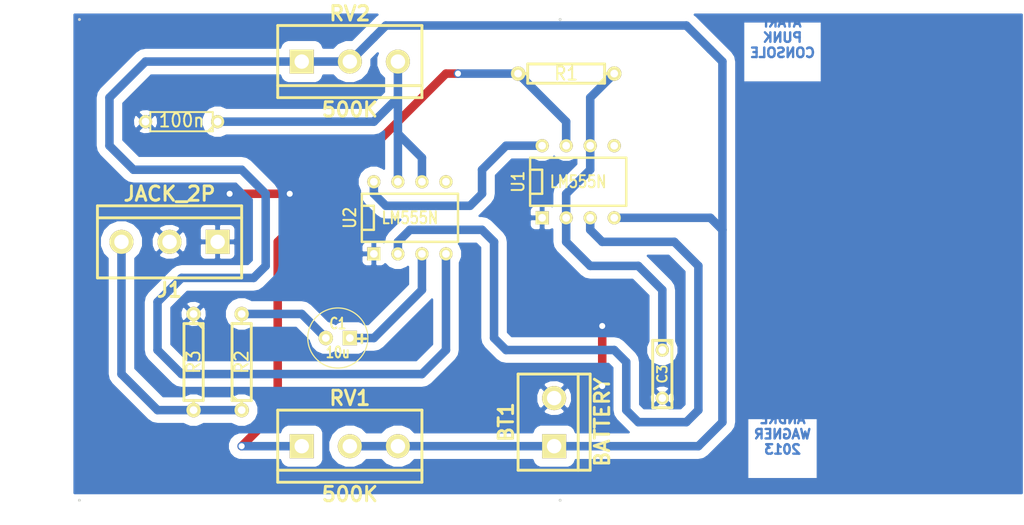
<source format=kicad_pcb>
(kicad_pcb (version 3) (host pcbnew "(2013-05-16 BZR 4016)-stable")

  (general
    (links 27)
    (no_connects 1)
    (area 37.451667 61.6856 144.880001 117.665001)
    (thickness 1.6)
    (drawings 18)
    (tracks 98)
    (zones 0)
    (modules 12)
    (nets 11)
  )

  (page A4)
  (layers
    (15 F.Cu signal)
    (0 B.Cu signal)
    (16 B.Adhes user)
    (17 F.Adhes user)
    (18 B.Paste user)
    (19 F.Paste user)
    (20 B.SilkS user)
    (21 F.SilkS user)
    (22 B.Mask user)
    (23 F.Mask user)
    (24 Dwgs.User user)
    (25 Cmts.User user)
    (26 Eco1.User user)
    (27 Eco2.User user)
    (28 Edge.Cuts user)
  )

  (setup
    (last_trace_width 0.9)
    (user_trace_width 0.8)
    (trace_clearance 0.9)
    (zone_clearance 0.508)
    (zone_45_only no)
    (trace_min 0.254)
    (segment_width 0.2)
    (edge_width 0.15)
    (via_size 0.889)
    (via_drill 0.635)
    (via_min_size 0.889)
    (via_min_drill 0.508)
    (uvia_size 0.508)
    (uvia_drill 0.127)
    (uvias_allowed no)
    (uvia_min_size 0.508)
    (uvia_min_drill 0.127)
    (pcb_text_width 0.3)
    (pcb_text_size 1 1)
    (mod_edge_width 0.15)
    (mod_text_size 1 1)
    (mod_text_width 0.15)
    (pad_size 1 1)
    (pad_drill 0.6)
    (pad_to_mask_clearance 0)
    (aux_axis_origin 0 0)
    (visible_elements 7FFFFFFF)
    (pcbplotparams
      (layerselection 1)
      (usegerberextensions false)
      (excludeedgelayer true)
      (linewidth 0.150000)
      (plotframeref false)
      (viasonmask false)
      (mode 1)
      (useauxorigin false)
      (hpglpennumber 1)
      (hpglpenspeed 20)
      (hpglpendiameter 15)
      (hpglpenoverlay 2)
      (psnegative false)
      (psa4output false)
      (plotreference true)
      (plotvalue true)
      (plotothertext true)
      (plotinvisibletext false)
      (padsonsilk false)
      (subtractmaskfromsilk false)
      (outputformat 2)
      (mirror false)
      (drillshape 0)
      (scaleselection 1)
      (outputdirectory ""))
  )

  (net 0 "")
  (net 1 +9V)
  (net 2 GND)
  (net 3 N-0000010)
  (net 4 N-0000011)
  (net 5 N-0000012)
  (net 6 N-000003)
  (net 7 N-000006)
  (net 8 N-000007)
  (net 9 N-000009)
  (net 10 VCC)

  (net_class Default "This is the default net class."
    (clearance 0.9)
    (trace_width 0.9)
    (via_dia 0.889)
    (via_drill 0.635)
    (uvia_dia 0.508)
    (uvia_drill 0.127)
    (add_net "")
    (add_net +9V)
    (add_net GND)
    (add_net N-0000010)
    (add_net N-0000011)
    (add_net N-0000012)
    (add_net N-000003)
    (add_net N-000006)
    (add_net N-000007)
    (add_net N-000009)
    (add_net VCC)
  )

  (module R4 (layer F.Cu) (tedit 200000) (tstamp 52069272)
    (at 96.52 69.85 180)
    (descr "Resitance 4 pas")
    (tags R)
    (path /51CDC2ED)
    (autoplace_cost180 10)
    (fp_text reference R1 (at 0 0 180) (layer F.SilkS)
      (effects (font (size 1.397 1.27) (thickness 0.2032)))
    )
    (fp_text value 1K (at 0 0 180) (layer F.SilkS) hide
      (effects (font (size 1.397 1.27) (thickness 0.2032)))
    )
    (fp_line (start -5.08 0) (end -4.064 0) (layer F.SilkS) (width 0.3048))
    (fp_line (start -4.064 0) (end -4.064 -1.016) (layer F.SilkS) (width 0.3048))
    (fp_line (start -4.064 -1.016) (end 4.064 -1.016) (layer F.SilkS) (width 0.3048))
    (fp_line (start 4.064 -1.016) (end 4.064 1.016) (layer F.SilkS) (width 0.3048))
    (fp_line (start 4.064 1.016) (end -4.064 1.016) (layer F.SilkS) (width 0.3048))
    (fp_line (start -4.064 1.016) (end -4.064 0) (layer F.SilkS) (width 0.3048))
    (fp_line (start -4.064 -0.508) (end -3.556 -1.016) (layer F.SilkS) (width 0.3048))
    (fp_line (start 5.08 0) (end 4.064 0) (layer F.SilkS) (width 0.3048))
    (pad 1 thru_hole circle (at -5.08 0 180) (size 1.524 1.524) (drill 0.8128)
      (layers *.Cu *.Mask F.SilkS)
      (net 9 N-000009)
    )
    (pad 2 thru_hole circle (at 5.08 0 180) (size 1.524 1.524) (drill 0.8128)
      (layers *.Cu *.Mask F.SilkS)
      (net 8 N-000007)
    )
    (model discret/resistor.wrl
      (at (xyz 0 0 0))
      (scale (xyz 0.4 0.4 0.4))
      (rotate (xyz 0 0 0))
    )
  )

  (module R4 (layer F.Cu) (tedit 200000) (tstamp 52069280)
    (at 57.15 100.33 270)
    (descr "Resitance 4 pas")
    (tags R)
    (path /51CDC427)
    (autoplace_cost180 10)
    (fp_text reference R3 (at 0 0 270) (layer F.SilkS)
      (effects (font (size 1.397 1.27) (thickness 0.2032)))
    )
    (fp_text value 6K8 (at 0 0 270) (layer F.SilkS) hide
      (effects (font (size 1.397 1.27) (thickness 0.2032)))
    )
    (fp_line (start -5.08 0) (end -4.064 0) (layer F.SilkS) (width 0.3048))
    (fp_line (start -4.064 0) (end -4.064 -1.016) (layer F.SilkS) (width 0.3048))
    (fp_line (start -4.064 -1.016) (end 4.064 -1.016) (layer F.SilkS) (width 0.3048))
    (fp_line (start 4.064 -1.016) (end 4.064 1.016) (layer F.SilkS) (width 0.3048))
    (fp_line (start 4.064 1.016) (end -4.064 1.016) (layer F.SilkS) (width 0.3048))
    (fp_line (start -4.064 1.016) (end -4.064 0) (layer F.SilkS) (width 0.3048))
    (fp_line (start -4.064 -0.508) (end -3.556 -1.016) (layer F.SilkS) (width 0.3048))
    (fp_line (start 5.08 0) (end 4.064 0) (layer F.SilkS) (width 0.3048))
    (pad 1 thru_hole circle (at -5.08 0 270) (size 1.524 1.524) (drill 0.8128)
      (layers *.Cu *.Mask F.SilkS)
      (net 2 GND)
    )
    (pad 2 thru_hole circle (at 5.08 0 270) (size 1.524 1.524) (drill 0.8128)
      (layers *.Cu *.Mask F.SilkS)
      (net 6 N-000003)
    )
    (model discret/resistor.wrl
      (at (xyz 0 0 0))
      (scale (xyz 0.4 0.4 0.4))
      (rotate (xyz 0 0 0))
    )
  )

  (module R4 (layer F.Cu) (tedit 520694E7) (tstamp 5206928E)
    (at 62.23 100.33 90)
    (descr "Resitance 4 pas")
    (tags R)
    (path /51CDC43C)
    (autoplace_cost180 10)
    (fp_text reference R2 (at 0 0 90) (layer F.SilkS)
      (effects (font (size 1.397 1.27) (thickness 0.2032)))
    )
    (fp_text value 10K (at 0 0 90) (layer F.SilkS) hide
      (effects (font (size 1.397 1.27) (thickness 0.2032)))
    )
    (fp_line (start -5.08 0) (end -4.064 0) (layer F.SilkS) (width 0.3048))
    (fp_line (start -4.064 0) (end -4.064 -1.016) (layer F.SilkS) (width 0.3048))
    (fp_line (start -4.064 -1.016) (end 4.064 -1.016) (layer F.SilkS) (width 0.3048))
    (fp_line (start 4.064 -1.016) (end 4.064 1.016) (layer F.SilkS) (width 0.3048))
    (fp_line (start 4.064 1.016) (end -4.064 1.016) (layer F.SilkS) (width 0.3048))
    (fp_line (start -4.064 1.016) (end -4.064 0) (layer F.SilkS) (width 0.3048))
    (fp_line (start -4.064 -0.508) (end -3.556 -1.016) (layer F.SilkS) (width 0.3048))
    (fp_line (start 5.08 0) (end 4.064 0) (layer F.SilkS) (width 0.3048))
    (pad 1 thru_hole circle (at -5.08 0 90) (size 1.524 1.524) (drill 0.8128)
      (layers *.Cu *.Mask F.SilkS)
      (net 6 N-000003)
    )
    (pad 2 thru_hole circle (at 5.08 0 90) (size 1.524 1.524) (drill 0.8128)
      (layers *.Cu *.Mask F.SilkS)
      (net 5 N-0000012)
    )
    (model discret/resistor.wrl
      (at (xyz 0 0 0))
      (scale (xyz 0.4 0.4 0.4))
      (rotate (xyz 0 0 0))
    )
  )

  (module R3 (layer F.Cu) (tedit 4E4C0E65) (tstamp 520692AA)
    (at 55.88 74.93 180)
    (descr "Resitance 3 pas")
    (tags R)
    (path /51CDC505)
    (autoplace_cost180 10)
    (fp_text reference C4 (at 0 0.127 180) (layer F.SilkS) hide
      (effects (font (size 1.397 1.27) (thickness 0.2032)))
    )
    (fp_text value 100n (at 0 0.127 180) (layer F.SilkS)
      (effects (font (size 1.397 1.27) (thickness 0.2032)))
    )
    (fp_line (start -3.81 0) (end -3.302 0) (layer F.SilkS) (width 0.2032))
    (fp_line (start 3.81 0) (end 3.302 0) (layer F.SilkS) (width 0.2032))
    (fp_line (start 3.302 0) (end 3.302 -1.016) (layer F.SilkS) (width 0.2032))
    (fp_line (start 3.302 -1.016) (end -3.302 -1.016) (layer F.SilkS) (width 0.2032))
    (fp_line (start -3.302 -1.016) (end -3.302 1.016) (layer F.SilkS) (width 0.2032))
    (fp_line (start -3.302 1.016) (end 3.302 1.016) (layer F.SilkS) (width 0.2032))
    (fp_line (start 3.302 1.016) (end 3.302 0) (layer F.SilkS) (width 0.2032))
    (fp_line (start -3.302 -0.508) (end -2.794 -1.016) (layer F.SilkS) (width 0.2032))
    (pad 1 thru_hole circle (at -3.81 0 180) (size 1.397 1.397) (drill 0.8128)
      (layers *.Cu *.Mask F.SilkS)
      (net 3 N-0000010)
    )
    (pad 2 thru_hole circle (at 3.81 0 180) (size 1.397 1.397) (drill 0.8128)
      (layers *.Cu *.Mask F.SilkS)
      (net 2 GND)
    )
    (model discret/resistor.wrl
      (at (xyz 0 0 0))
      (scale (xyz 0.3 0.3 0.3))
      (rotate (xyz 0 0 0))
    )
  )

  (module DIP-8__300 (layer F.Cu) (tedit 43A7F843) (tstamp 520692D6)
    (at 97.79 81.28)
    (descr "8 pins DIL package, round pads")
    (tags DIL)
    (path /51CF2CBF)
    (fp_text reference U1 (at -6.35 0 90) (layer F.SilkS)
      (effects (font (size 1.27 1.143) (thickness 0.2032)))
    )
    (fp_text value LM555N (at 0 0) (layer F.SilkS)
      (effects (font (size 1.27 1.016) (thickness 0.2032)))
    )
    (fp_line (start -5.08 -1.27) (end -3.81 -1.27) (layer F.SilkS) (width 0.254))
    (fp_line (start -3.81 -1.27) (end -3.81 1.27) (layer F.SilkS) (width 0.254))
    (fp_line (start -3.81 1.27) (end -5.08 1.27) (layer F.SilkS) (width 0.254))
    (fp_line (start -5.08 -2.54) (end 5.08 -2.54) (layer F.SilkS) (width 0.254))
    (fp_line (start 5.08 -2.54) (end 5.08 2.54) (layer F.SilkS) (width 0.254))
    (fp_line (start 5.08 2.54) (end -5.08 2.54) (layer F.SilkS) (width 0.254))
    (fp_line (start -5.08 2.54) (end -5.08 -2.54) (layer F.SilkS) (width 0.254))
    (pad 1 thru_hole rect (at -3.81 3.81) (size 1.397 1.397) (drill 0.8128)
      (layers *.Cu *.Mask F.SilkS)
      (net 2 GND)
    )
    (pad 2 thru_hole circle (at -1.27 3.81) (size 1.397 1.397) (drill 0.8128)
      (layers *.Cu *.Mask F.SilkS)
      (net 9 N-000009)
    )
    (pad 3 thru_hole circle (at 1.27 3.81) (size 1.397 1.397) (drill 0.8128)
      (layers *.Cu *.Mask F.SilkS)
      (net 7 N-000006)
    )
    (pad 4 thru_hole circle (at 3.81 3.81) (size 1.397 1.397) (drill 0.8128)
      (layers *.Cu *.Mask F.SilkS)
      (net 1 +9V)
    )
    (pad 5 thru_hole circle (at 3.81 -3.81) (size 1.397 1.397) (drill 0.8128)
      (layers *.Cu *.Mask F.SilkS)
    )
    (pad 6 thru_hole circle (at 1.27 -3.81) (size 1.397 1.397) (drill 0.8128)
      (layers *.Cu *.Mask F.SilkS)
      (net 9 N-000009)
    )
    (pad 7 thru_hole circle (at -1.27 -3.81) (size 1.397 1.397) (drill 0.8128)
      (layers *.Cu *.Mask F.SilkS)
      (net 8 N-000007)
    )
    (pad 8 thru_hole circle (at -3.81 -3.81) (size 1.397 1.397) (drill 0.8128)
      (layers *.Cu *.Mask F.SilkS)
      (net 10 VCC)
    )
    (model dil/dil_8.wrl
      (at (xyz 0 0 0))
      (scale (xyz 1 1 1))
      (rotate (xyz 0 0 0))
    )
  )

  (module DIP-8__300 (layer F.Cu) (tedit 43A7F843) (tstamp 520692E9)
    (at 80.01 85.09)
    (descr "8 pins DIL package, round pads")
    (tags DIL)
    (path /51CF2CD6)
    (fp_text reference U2 (at -6.35 0 90) (layer F.SilkS)
      (effects (font (size 1.27 1.143) (thickness 0.2032)))
    )
    (fp_text value LM555N (at 0 0) (layer F.SilkS)
      (effects (font (size 1.27 1.016) (thickness 0.2032)))
    )
    (fp_line (start -5.08 -1.27) (end -3.81 -1.27) (layer F.SilkS) (width 0.254))
    (fp_line (start -3.81 -1.27) (end -3.81 1.27) (layer F.SilkS) (width 0.254))
    (fp_line (start -3.81 1.27) (end -5.08 1.27) (layer F.SilkS) (width 0.254))
    (fp_line (start -5.08 -2.54) (end 5.08 -2.54) (layer F.SilkS) (width 0.254))
    (fp_line (start 5.08 -2.54) (end 5.08 2.54) (layer F.SilkS) (width 0.254))
    (fp_line (start 5.08 2.54) (end -5.08 2.54) (layer F.SilkS) (width 0.254))
    (fp_line (start -5.08 2.54) (end -5.08 -2.54) (layer F.SilkS) (width 0.254))
    (pad 1 thru_hole rect (at -3.81 3.81) (size 1.397 1.397) (drill 0.8128)
      (layers *.Cu *.Mask F.SilkS)
      (net 2 GND)
    )
    (pad 2 thru_hole circle (at -1.27 3.81) (size 1.397 1.397) (drill 0.8128)
      (layers *.Cu *.Mask F.SilkS)
      (net 7 N-000006)
    )
    (pad 3 thru_hole circle (at 1.27 3.81) (size 1.397 1.397) (drill 0.8128)
      (layers *.Cu *.Mask F.SilkS)
      (net 4 N-0000011)
    )
    (pad 4 thru_hole circle (at 3.81 3.81) (size 1.397 1.397) (drill 0.8128)
      (layers *.Cu *.Mask F.SilkS)
      (net 1 +9V)
    )
    (pad 5 thru_hole circle (at 3.81 -3.81) (size 1.397 1.397) (drill 0.8128)
      (layers *.Cu *.Mask F.SilkS)
    )
    (pad 6 thru_hole circle (at 1.27 -3.81) (size 1.397 1.397) (drill 0.8128)
      (layers *.Cu *.Mask F.SilkS)
      (net 3 N-0000010)
    )
    (pad 7 thru_hole circle (at -1.27 -3.81) (size 1.397 1.397) (drill 0.8128)
      (layers *.Cu *.Mask F.SilkS)
      (net 3 N-0000010)
    )
    (pad 8 thru_hole circle (at -3.81 -3.81) (size 1.397 1.397) (drill 0.8128)
      (layers *.Cu *.Mask F.SilkS)
      (net 10 VCC)
    )
    (model dil/dil_8.wrl
      (at (xyz 0 0 0))
      (scale (xyz 1 1 1))
      (rotate (xyz 0 0 0))
    )
  )

  (module C2 (layer F.Cu) (tedit 522DB5AD) (tstamp 520692F4)
    (at 106.68 101.6 270)
    (descr "Condensateur = 2 pas")
    (tags C)
    (path /51CDC33B)
    (fp_text reference C3 (at 0 0 270) (layer F.SilkS)
      (effects (font (size 1.016 1.016) (thickness 0.2032)))
    )
    (fp_text value 10n (at 0 0 270) (layer F.SilkS) hide
      (effects (font (size 1.016 1.016) (thickness 0.2032)))
    )
    (fp_line (start -3.556 -1.016) (end 3.556 -1.016) (layer F.SilkS) (width 0.3048))
    (fp_line (start 3.556 -1.016) (end 3.556 1.016) (layer F.SilkS) (width 0.3048))
    (fp_line (start 3.556 1.016) (end -3.556 1.016) (layer F.SilkS) (width 0.3048))
    (fp_line (start -3.556 1.016) (end -3.556 -1.016) (layer F.SilkS) (width 0.3048))
    (fp_line (start -3.556 -0.508) (end -3.048 -1.016) (layer F.SilkS) (width 0.3048))
    (pad 1 thru_hole circle (at -2.54 0 270) (size 1.397 1.397) (drill 0.8128)
      (layers *.Cu *.Mask F.SilkS)
      (net 9 N-000009)
    )
    (pad 2 thru_hole circle (at 2.54 0 270) (size 1.397 1.397) (drill 0.8128)
      (layers *.Cu *.Mask F.SilkS)
      (net 2 GND)
    )
    (model discret/capa_2pas_5x5mm.wrl
      (at (xyz 0 0 0))
      (scale (xyz 1 1 1))
      (rotate (xyz 0 0 0))
    )
  )

  (module C1V7 (layer F.Cu) (tedit 200000) (tstamp 520692FC)
    (at 72.39 97.79 180)
    (path /51CDC41A)
    (fp_text reference C1 (at 0 1.524 180) (layer F.SilkS)
      (effects (font (size 1.143 0.889) (thickness 0.2032)))
    )
    (fp_text value 10u (at 0 -1.524 180) (layer F.SilkS)
      (effects (font (size 1.143 0.889) (thickness 0.2032)))
    )
    (fp_text user + (at -2.54 0 180) (layer F.SilkS)
      (effects (font (size 1.143 1.143) (thickness 0.3048)))
    )
    (fp_circle (center 0 0) (end 3.175 0) (layer F.SilkS) (width 0.127))
    (pad 1 thru_hole rect (at -1.27 0 180) (size 1.524 1.524) (drill 0.8128)
      (layers *.Cu *.Mask F.SilkS)
      (net 4 N-0000011)
    )
    (pad 2 thru_hole circle (at 1.27 0 180) (size 1.524 1.524) (drill 0.8128)
      (layers *.Cu *.Mask F.SilkS)
      (net 5 N-0000012)
    )
    (model discret/c_vert_c1v7.wrl
      (at (xyz 0 0 0))
      (scale (xyz 1 1 1))
      (rotate (xyz 0 0 0))
    )
  )

  (module bornier3 (layer F.Cu) (tedit 3EC0ECFA) (tstamp 52069308)
    (at 73.66 68.58)
    (descr "Bornier d'alimentation 3 pins")
    (tags DEV)
    (path /51CDBDF3)
    (fp_text reference RV2 (at 0 -5.08) (layer F.SilkS)
      (effects (font (size 1.524 1.524) (thickness 0.3048)))
    )
    (fp_text value 500K (at 0 5.08) (layer F.SilkS)
      (effects (font (size 1.524 1.524) (thickness 0.3048)))
    )
    (fp_line (start -7.62 3.81) (end -7.62 -3.81) (layer F.SilkS) (width 0.3048))
    (fp_line (start 7.62 3.81) (end 7.62 -3.81) (layer F.SilkS) (width 0.3048))
    (fp_line (start -7.62 2.54) (end 7.62 2.54) (layer F.SilkS) (width 0.3048))
    (fp_line (start -7.62 -3.81) (end 7.62 -3.81) (layer F.SilkS) (width 0.3048))
    (fp_line (start -7.62 3.81) (end 7.62 3.81) (layer F.SilkS) (width 0.3048))
    (pad 1 thru_hole rect (at -5.08 0) (size 2.54 2.54) (drill 1.524)
      (layers *.Cu *.Mask F.SilkS)
      (net 1 +9V)
    )
    (pad 2 thru_hole circle (at 0 0) (size 2.54 2.54) (drill 1.524)
      (layers *.Cu *.Mask F.SilkS)
      (net 1 +9V)
    )
    (pad 3 thru_hole circle (at 5.08 0) (size 2.54 2.54) (drill 1.524)
      (layers *.Cu *.Mask F.SilkS)
      (net 3 N-0000010)
    )
    (model device/bornier_3.wrl
      (at (xyz 0 0 0))
      (scale (xyz 1 1 1))
      (rotate (xyz 0 0 0))
    )
  )

  (module bornier3 (layer F.Cu) (tedit 3EC0ECFA) (tstamp 52069314)
    (at 73.66 109.22)
    (descr "Bornier d'alimentation 3 pins")
    (tags DEV)
    (path /51CDBE00)
    (fp_text reference RV1 (at 0 -5.08) (layer F.SilkS)
      (effects (font (size 1.524 1.524) (thickness 0.3048)))
    )
    (fp_text value 500K (at 0 5.08) (layer F.SilkS)
      (effects (font (size 1.524 1.524) (thickness 0.3048)))
    )
    (fp_line (start -7.62 3.81) (end -7.62 -3.81) (layer F.SilkS) (width 0.3048))
    (fp_line (start 7.62 3.81) (end 7.62 -3.81) (layer F.SilkS) (width 0.3048))
    (fp_line (start -7.62 2.54) (end 7.62 2.54) (layer F.SilkS) (width 0.3048))
    (fp_line (start -7.62 -3.81) (end 7.62 -3.81) (layer F.SilkS) (width 0.3048))
    (fp_line (start -7.62 3.81) (end 7.62 3.81) (layer F.SilkS) (width 0.3048))
    (pad 1 thru_hole rect (at -5.08 0) (size 2.54 2.54) (drill 1.524)
      (layers *.Cu *.Mask F.SilkS)
      (net 8 N-000007)
    )
    (pad 2 thru_hole circle (at 0 0) (size 2.54 2.54) (drill 1.524)
      (layers *.Cu *.Mask F.SilkS)
      (net 1 +9V)
    )
    (pad 3 thru_hole circle (at 5.08 0) (size 2.54 2.54) (drill 1.524)
      (layers *.Cu *.Mask F.SilkS)
      (net 1 +9V)
    )
    (model device/bornier_3.wrl
      (at (xyz 0 0 0))
      (scale (xyz 1 1 1))
      (rotate (xyz 0 0 0))
    )
  )

  (module bornier3 (layer F.Cu) (tedit 3EC0ECFA) (tstamp 520693B8)
    (at 54.61 87.63 180)
    (descr "Bornier d'alimentation 3 pins")
    (tags DEV)
    (path /51CDC71A)
    (fp_text reference J1 (at 0 -5.08 180) (layer F.SilkS)
      (effects (font (size 1.524 1.524) (thickness 0.3048)))
    )
    (fp_text value JACK_2P (at 0 5.08 180) (layer F.SilkS)
      (effects (font (size 1.524 1.524) (thickness 0.3048)))
    )
    (fp_line (start -7.62 3.81) (end -7.62 -3.81) (layer F.SilkS) (width 0.3048))
    (fp_line (start 7.62 3.81) (end 7.62 -3.81) (layer F.SilkS) (width 0.3048))
    (fp_line (start -7.62 2.54) (end 7.62 2.54) (layer F.SilkS) (width 0.3048))
    (fp_line (start -7.62 -3.81) (end 7.62 -3.81) (layer F.SilkS) (width 0.3048))
    (fp_line (start -7.62 3.81) (end 7.62 3.81) (layer F.SilkS) (width 0.3048))
    (pad 1 thru_hole rect (at -5.08 0 180) (size 2.54 2.54) (drill 1.524)
      (layers *.Cu *.Mask F.SilkS)
      (net 2 GND)
    )
    (pad 2 thru_hole circle (at 0 0 180) (size 2.54 2.54) (drill 1.524)
      (layers *.Cu *.Mask F.SilkS)
      (net 2 GND)
    )
    (pad 3 thru_hole circle (at 5.08 0 180) (size 2.54 2.54) (drill 1.524)
      (layers *.Cu *.Mask F.SilkS)
      (net 6 N-000003)
    )
    (model device/bornier_3.wrl
      (at (xyz 0 0 0))
      (scale (xyz 1 1 1))
      (rotate (xyz 0 0 0))
    )
  )

  (module bornier2 (layer F.Cu) (tedit 3EC0ED69) (tstamp 5206932B)
    (at 95.25 106.68 90)
    (descr "Bornier d'alimentation 2 pins")
    (tags DEV)
    (path /51CDC812)
    (fp_text reference BT1 (at 0 -5.08 90) (layer F.SilkS)
      (effects (font (size 1.524 1.524) (thickness 0.3048)))
    )
    (fp_text value BATTERY (at 0 5.08 90) (layer F.SilkS)
      (effects (font (size 1.524 1.524) (thickness 0.3048)))
    )
    (fp_line (start 5.08 2.54) (end -5.08 2.54) (layer F.SilkS) (width 0.3048))
    (fp_line (start 5.08 3.81) (end 5.08 -3.81) (layer F.SilkS) (width 0.3048))
    (fp_line (start 5.08 -3.81) (end -5.08 -3.81) (layer F.SilkS) (width 0.3048))
    (fp_line (start -5.08 -3.81) (end -5.08 3.81) (layer F.SilkS) (width 0.3048))
    (fp_line (start -5.08 3.81) (end 5.08 3.81) (layer F.SilkS) (width 0.3048))
    (pad 1 thru_hole rect (at -2.54 0 90) (size 2.54 2.54) (drill 1.524)
      (layers *.Cu *.Mask F.SilkS)
      (net 1 +9V)
    )
    (pad 2 thru_hole circle (at 2.54 0 90) (size 2.54 2.54) (drill 1.524)
      (layers *.Cu *.Mask F.SilkS)
      (net 2 GND)
    )
    (model device/bornier_2.wrl
      (at (xyz 0 0 0))
      (scale (xyz 1 1 1))
      (rotate (xyz 0 0 0))
    )
  )

  (gr_text "ANDRE\nWAGNER\n2013" (at 119.38 107.95) (layer B.Cu)
    (effects (font (size 1 1) (thickness 0.25)) (justify mirror))
  )
  (gr_text "ATARI\nPUNK\nCONSOLE" (at 119.38 66.04) (layer B.Cu)
    (effects (font (size 1 1) (thickness 0.25)) (justify mirror))
  )
  (gr_line (start 144.78 63.5) (end 95.25 63.5) (angle 90) (layer Eco1.User) (width 0.2))
  (gr_line (start 144.78 114.3) (end 144.78 63.5) (angle 90) (layer Eco1.User) (width 0.2))
  (gr_line (start 95.25 114.3) (end 144.78 114.3) (angle 90) (layer Eco1.User) (width 0.2))
  (dimension 100.33 (width 0.25) (layer Eco1.User)
    (gr_text 100,330mm (at 94.615 116.84) (layer Eco1.User)
      (effects (font (size 1 1) (thickness 0.25)))
    )
    (feature1 (pts (xy 144.78 116.84) (xy 144.78 116.84)))
    (feature2 (pts (xy 44.45 116.84) (xy 44.45 116.84)))
    (crossbar (pts (xy 44.45 116.84) (xy 144.78 116.84)))
    (arrow1a (pts (xy 144.78 116.84) (xy 143.653497 117.42642)))
    (arrow1b (pts (xy 144.78 116.84) (xy 143.653497 116.25358)))
    (arrow2a (pts (xy 44.45 116.84) (xy 45.576503 117.42642)))
    (arrow2b (pts (xy 44.45 116.84) (xy 45.576503 116.25358)))
  )
  (target plus (at 95.885 64.135) (size 0.005) (width 0.15) (layer Edge.Cuts))
  (target plus (at 95.885 114.935) (size 0.005) (width 0.15) (layer Edge.Cuts))
  (target plus (at 45.085 114.935) (size 0.005) (width 0.15) (layer Edge.Cuts))
  (target plus (at 45.085 64.135) (size 0.005) (width 0.15) (layer Edge.Cuts))
  (target plus (at 45.085 64.135) (size 0.005) (width 0.15) (layer Edge.Cuts))
  (target plus (at 95.885 64.135) (size 0.005) (width 0.15) (layer Edge.Cuts))
  (target plus (at 95.885 114.935) (size 0.005) (width 0.15) (layer Edge.Cuts))
  (target plus (at 45.085 114.935) (size 0.005) (width 0.15) (layer Edge.Cuts))
  (gr_line (start 44.45 114.3) (end 95.25 114.3) (angle 90) (layer Eco1.User) (width 0.2))
  (gr_line (start 44.45 63.5) (end 95.25 63.5) (angle 90) (layer Eco1.User) (width 0.2))
  (gr_line (start 44.45 114.3) (end 44.45 63.5) (angle 90) (layer Eco1.User) (width 0.2))
  (dimension 50.8 (width 0.25) (layer Eco1.User)
    (gr_text "50,800 mm" (at 41.91 88.9 270) (layer Eco1.User)
      (effects (font (size 1 1) (thickness 0.25)))
    )
    (feature1 (pts (xy 41.91 114.3) (xy 41.91 114.3)))
    (feature2 (pts (xy 41.91 63.5) (xy 41.91 63.5)))
    (crossbar (pts (xy 41.91 63.5) (xy 41.91 114.3)))
    (arrow1a (pts (xy 41.91 114.3) (xy 41.32358 113.173497)))
    (arrow1b (pts (xy 41.91 114.3) (xy 42.49642 113.173497)))
    (arrow2a (pts (xy 41.91 63.5) (xy 41.32358 64.626503)))
    (arrow2b (pts (xy 41.91 63.5) (xy 42.49642 64.626503)))
  )

  (segment (start 68.58 68.58) (end 52.07 68.58) (width 0.9) (layer B.Cu) (net 1))
  (segment (start 83.82 99.06) (end 83.82 88.9) (width 0.9) (layer B.Cu) (net 1) (tstamp 522DB7C5))
  (segment (start 81.28 101.6) (end 83.82 99.06) (width 0.9) (layer B.Cu) (net 1) (tstamp 522DB7C3))
  (segment (start 55.88 101.6) (end 81.28 101.6) (width 0.9) (layer B.Cu) (net 1) (tstamp 522DB7BF))
  (segment (start 53.34 99.06) (end 55.88 101.6) (width 0.9) (layer B.Cu) (net 1) (tstamp 522DB7BE))
  (segment (start 53.34 93.98) (end 53.34 99.06) (width 0.9) (layer B.Cu) (net 1) (tstamp 522DB7BD))
  (segment (start 55.88 91.44) (end 53.34 93.98) (width 0.9) (layer B.Cu) (net 1) (tstamp 522DB7BC))
  (segment (start 63.5 91.44) (end 55.88 91.44) (width 0.9) (layer B.Cu) (net 1) (tstamp 522DB7B9))
  (segment (start 64.77 90.17) (end 63.5 91.44) (width 0.9) (layer B.Cu) (net 1) (tstamp 522DB7B8))
  (segment (start 64.77 82.55) (end 64.77 90.17) (width 0.9) (layer B.Cu) (net 1) (tstamp 522DB7B7))
  (segment (start 62.23 80.01) (end 64.77 82.55) (width 0.9) (layer B.Cu) (net 1) (tstamp 522DB7B6))
  (segment (start 50.8 80.01) (end 62.23 80.01) (width 0.9) (layer B.Cu) (net 1) (tstamp 522DB7B5))
  (segment (start 48.26 77.47) (end 50.8 80.01) (width 0.9) (layer B.Cu) (net 1) (tstamp 522DB7B4))
  (segment (start 48.26 72.39) (end 48.26 77.47) (width 0.9) (layer B.Cu) (net 1) (tstamp 522DB7B2))
  (segment (start 52.07 68.58) (end 48.26 72.39) (width 0.9) (layer B.Cu) (net 1) (tstamp 522DB7AB))
  (segment (start 68.58 68.58) (end 73.66 68.58) (width 0.9) (layer B.Cu) (net 1))
  (segment (start 73.66 68.58) (end 76.2 66.04) (width 0.9) (layer B.Cu) (net 1) (tstamp 522DB70A))
  (segment (start 76.2 66.04) (end 77.47 64.77) (width 0.9) (layer B.Cu) (net 1) (tstamp 522DB70B))
  (segment (start 77.47 64.77) (end 109.22 64.77) (width 0.9) (layer B.Cu) (net 1) (tstamp 522DB70C))
  (segment (start 109.22 64.77) (end 111.76 67.31) (width 0.9) (layer B.Cu) (net 1) (tstamp 522DB70D))
  (segment (start 111.76 67.31) (end 113.03 68.58) (width 0.9) (layer B.Cu) (net 1) (tstamp 522DB70E))
  (segment (start 113.03 68.58) (end 113.03 86.36) (width 0.9) (layer B.Cu) (net 1) (tstamp 522DB70F))
  (segment (start 95.25 109.22) (end 78.74 109.22) (width 0.9) (layer B.Cu) (net 1))
  (segment (start 78.74 109.22) (end 73.66 109.22) (width 0.9) (layer B.Cu) (net 1) (tstamp 522DB6FF))
  (segment (start 95.25 109.22) (end 110.49 109.22) (width 0.9) (layer B.Cu) (net 1))
  (segment (start 111.76 85.09) (end 101.6 85.09) (width 0.9) (layer B.Cu) (net 1) (tstamp 522DB6D4))
  (segment (start 113.03 86.36) (end 111.76 85.09) (width 0.9) (layer B.Cu) (net 1) (tstamp 522DB6D3))
  (segment (start 113.03 106.68) (end 113.03 86.36) (width 0.9) (layer B.Cu) (net 1) (tstamp 522DB6D2))
  (segment (start 110.49 109.22) (end 113.03 106.68) (width 0.9) (layer B.Cu) (net 1) (tstamp 522DB6D1))
  (segment (start 100.33 104.14) (end 100.33 102.87) (width 0.9) (layer B.Cu) (net 2))
  (segment (start 100.33 96.52) (end 100.33 95.25) (width 0.9) (layer B.Cu) (net 2) (tstamp 522DBE14))
  (via (at 100.33 96.52) (size 0.889) (layers F.Cu B.Cu) (net 2))
  (segment (start 100.33 102.87) (end 100.33 96.52) (width 0.9) (layer F.Cu) (net 2) (tstamp 522DBE11))
  (via (at 100.33 102.87) (size 0.889) (layers F.Cu B.Cu) (net 2))
  (segment (start 59.69 82.55) (end 60.96 82.55) (width 0.9) (layer B.Cu) (net 2))
  (segment (start 67.31 82.55) (end 68.58 82.55) (width 0.9) (layer B.Cu) (net 2) (tstamp 522DBE04))
  (via (at 67.31 82.55) (size 0.889) (layers F.Cu B.Cu) (net 2))
  (segment (start 60.96 82.55) (end 67.31 82.55) (width 0.9) (layer F.Cu) (net 2) (tstamp 522DBE01))
  (via (at 60.96 82.55) (size 0.889) (layers F.Cu B.Cu) (net 2))
  (segment (start 78.74 76.2) (end 78.74 81.28) (width 0.9) (layer B.Cu) (net 3))
  (segment (start 78.74 72.39) (end 78.74 76.2) (width 0.9) (layer B.Cu) (net 3))
  (segment (start 81.28 78.74) (end 81.28 81.28) (width 0.9) (layer B.Cu) (net 3) (tstamp 522DB73D))
  (segment (start 78.74 76.2) (end 81.28 78.74) (width 0.9) (layer B.Cu) (net 3) (tstamp 522DB73C))
  (segment (start 59.69 74.93) (end 76.2 74.93) (width 0.9) (layer B.Cu) (net 3))
  (segment (start 78.74 72.39) (end 78.74 68.58) (width 0.9) (layer B.Cu) (net 3) (tstamp 522DB739))
  (segment (start 76.2 74.93) (end 78.74 72.39) (width 0.9) (layer B.Cu) (net 3) (tstamp 522DB738))
  (segment (start 73.66 97.79) (end 76.2 97.79) (width 0.9) (layer B.Cu) (net 4))
  (segment (start 81.28 92.71) (end 81.28 88.9) (width 0.9) (layer B.Cu) (net 4) (tstamp 522DB746))
  (segment (start 76.2 97.79) (end 81.28 92.71) (width 0.9) (layer B.Cu) (net 4) (tstamp 522DB745))
  (segment (start 62.23 95.25) (end 68.58 95.25) (width 0.9) (layer B.Cu) (net 5))
  (segment (start 68.58 95.25) (end 71.12 97.79) (width 0.9) (layer B.Cu) (net 5) (tstamp 522DB742))
  (segment (start 49.53 87.63) (end 49.53 101.6) (width 0.9) (layer B.Cu) (net 6))
  (segment (start 53.34 105.41) (end 62.23 105.41) (width 0.9) (layer B.Cu) (net 6) (tstamp 522DB734))
  (segment (start 49.53 101.6) (end 53.34 105.41) (width 0.9) (layer B.Cu) (net 6) (tstamp 522DB732))
  (segment (start 78.74 88.9) (end 78.74 87.63) (width 0.9) (layer B.Cu) (net 7))
  (segment (start 99.06 86.36) (end 99.06 85.09) (width 0.9) (layer B.Cu) (net 7) (tstamp 522DB767))
  (segment (start 100.33 87.63) (end 99.06 86.36) (width 0.9) (layer B.Cu) (net 7) (tstamp 522DB766))
  (segment (start 107.95 87.63) (end 100.33 87.63) (width 0.9) (layer B.Cu) (net 7) (tstamp 522DB765))
  (segment (start 110.49 90.17) (end 107.95 87.63) (width 0.9) (layer B.Cu) (net 7) (tstamp 522DB764))
  (segment (start 110.49 105.41) (end 110.49 90.17) (width 0.9) (layer B.Cu) (net 7) (tstamp 522DB763))
  (segment (start 109.22 106.68) (end 110.49 105.41) (width 0.9) (layer B.Cu) (net 7) (tstamp 522DB762))
  (segment (start 104.14 106.68) (end 109.22 106.68) (width 0.9) (layer B.Cu) (net 7) (tstamp 522DB761))
  (segment (start 102.87 105.41) (end 104.14 106.68) (width 0.9) (layer B.Cu) (net 7) (tstamp 522DB760))
  (segment (start 102.87 100.33) (end 102.87 105.41) (width 0.9) (layer B.Cu) (net 7) (tstamp 522DB75F))
  (segment (start 101.6 99.06) (end 102.87 100.33) (width 0.9) (layer B.Cu) (net 7) (tstamp 522DB75E))
  (segment (start 90.17 99.06) (end 101.6 99.06) (width 0.9) (layer B.Cu) (net 7) (tstamp 522DB75D))
  (segment (start 88.9 97.79) (end 90.17 99.06) (width 0.9) (layer B.Cu) (net 7) (tstamp 522DB75C))
  (segment (start 88.9 87.63) (end 88.9 97.79) (width 0.9) (layer B.Cu) (net 7) (tstamp 522DB75B))
  (segment (start 87.63 86.36) (end 88.9 87.63) (width 0.9) (layer B.Cu) (net 7) (tstamp 522DB75A))
  (segment (start 80.01 86.36) (end 87.63 86.36) (width 0.9) (layer B.Cu) (net 7) (tstamp 522DB759))
  (segment (start 78.74 87.63) (end 80.01 86.36) (width 0.9) (layer B.Cu) (net 7) (tstamp 522DB758))
  (segment (start 68.58 109.22) (end 62.23 109.22) (width 0.9) (layer B.Cu) (net 8))
  (segment (start 85.09 69.85) (end 91.44 69.85) (width 0.9) (layer B.Cu) (net 8) (tstamp 522DB8AF))
  (via (at 85.09 69.85) (size 0.889) (layers F.Cu B.Cu) (net 8))
  (segment (start 83.82 69.85) (end 85.09 69.85) (width 0.9) (layer F.Cu) (net 8) (tstamp 522DB8A9))
  (segment (start 66.04 87.63) (end 83.82 69.85) (width 0.9) (layer F.Cu) (net 8) (tstamp 522DB8A6))
  (segment (start 66.04 105.41) (end 66.04 87.63) (width 0.9) (layer F.Cu) (net 8) (tstamp 522DB8A3))
  (segment (start 62.23 109.22) (end 66.04 105.41) (width 0.9) (layer F.Cu) (net 8) (tstamp 522DB8A2))
  (via (at 62.23 109.22) (size 0.889) (layers F.Cu B.Cu) (net 8))
  (segment (start 96.52 77.47) (end 96.52 74.93) (width 0.9) (layer B.Cu) (net 8))
  (segment (start 96.52 74.93) (end 91.44 69.85) (width 0.9) (layer B.Cu) (net 8) (tstamp 522DB723))
  (segment (start 96.52 85.09) (end 96.52 87.63) (width 0.9) (layer B.Cu) (net 9))
  (segment (start 106.68 92.71) (end 106.68 99.06) (width 0.9) (layer B.Cu) (net 9) (tstamp 522DB71D))
  (segment (start 104.14 90.17) (end 106.68 92.71) (width 0.9) (layer B.Cu) (net 9) (tstamp 522DB71C))
  (segment (start 99.06 90.17) (end 104.14 90.17) (width 0.9) (layer B.Cu) (net 9) (tstamp 522DB71B))
  (segment (start 96.52 87.63) (end 99.06 90.17) (width 0.9) (layer B.Cu) (net 9) (tstamp 522DB71A))
  (segment (start 99.06 77.47) (end 99.06 80.01) (width 0.9) (layer B.Cu) (net 9))
  (segment (start 96.52 82.55) (end 96.52 85.09) (width 0.9) (layer B.Cu) (net 9) (tstamp 522DB717))
  (segment (start 99.06 80.01) (end 96.52 82.55) (width 0.9) (layer B.Cu) (net 9) (tstamp 522DB716))
  (segment (start 101.6 69.85) (end 99.06 72.39) (width 0.9) (layer B.Cu) (net 9))
  (segment (start 99.06 72.39) (end 99.06 77.47) (width 0.9) (layer B.Cu) (net 9) (tstamp 522DB713))
  (segment (start 93.98 77.47) (end 90.17 77.47) (width 0.9) (layer B.Cu) (net 10))
  (segment (start 76.2 82.55) (end 76.2 81.28) (width 0.9) (layer B.Cu) (net 10) (tstamp 522DB72F))
  (segment (start 77.47 83.82) (end 76.2 82.55) (width 0.9) (layer B.Cu) (net 10) (tstamp 522DB72E))
  (segment (start 86.36 83.82) (end 77.47 83.82) (width 0.9) (layer B.Cu) (net 10) (tstamp 522DB72D))
  (segment (start 87.63 82.55) (end 86.36 83.82) (width 0.9) (layer B.Cu) (net 10) (tstamp 522DB72C))
  (segment (start 87.63 80.01) (end 87.63 82.55) (width 0.9) (layer B.Cu) (net 10) (tstamp 522DB72B))
  (segment (start 90.17 77.47) (end 87.63 80.01) (width 0.9) (layer B.Cu) (net 10) (tstamp 522DB72A))

  (zone (net 2) (net_name GND) (layer B.Cu) (tstamp 522DBD2A) (hatch edge 0.508)
    (connect_pads (clearance 0.508))
    (min_thickness 0.254)
    (fill (arc_segments 16) (thermal_gap 0.508) (thermal_bridge_width 0.508))
    (polygon
      (pts
        (xy 44.45 63.5) (xy 144.78 63.5) (xy 144.78 114.3) (xy 44.45 114.3)
      )
    )
    (filled_polygon
      (pts
        (xy 82.343 98.448206) (xy 80.668206 100.123) (xy 58.559143 100.123) (xy 58.559143 95.457696) (xy 58.53136 94.902631)
        (xy 58.372396 94.518858) (xy 58.130212 94.449393) (xy 57.950607 94.628998) (xy 57.950607 94.269788) (xy 57.881142 94.027604)
        (xy 57.357696 93.840857) (xy 56.802631 93.86864) (xy 56.418858 94.027604) (xy 56.349393 94.269788) (xy 57.15 95.070395)
        (xy 57.950607 94.269788) (xy 57.950607 94.628998) (xy 57.329605 95.25) (xy 58.130212 96.050607) (xy 58.372396 95.981142)
        (xy 58.559143 95.457696) (xy 58.559143 100.123) (xy 57.950607 100.123) (xy 57.950607 96.230212) (xy 57.15 95.429605)
        (xy 56.970395 95.60921) (xy 56.970395 95.25) (xy 56.169788 94.449393) (xy 55.927604 94.518858) (xy 55.740857 95.042304)
        (xy 55.76864 95.597369) (xy 55.927604 95.981142) (xy 56.169788 96.050607) (xy 56.970395 95.25) (xy 56.970395 95.60921)
        (xy 56.349393 96.230212) (xy 56.418858 96.472396) (xy 56.942304 96.659143) (xy 57.497369 96.63136) (xy 57.881142 96.472396)
        (xy 57.950607 96.230212) (xy 57.950607 100.123) (xy 56.491793 100.123) (xy 54.817 98.448206) (xy 54.817 94.591793)
        (xy 56.491793 92.917) (xy 63.5 92.917) (xy 64.065223 92.80457) (xy 64.065224 92.80457) (xy 64.544397 92.484397)
        (xy 65.814397 91.214397) (xy 66.13457 90.735224) (xy 66.13457 90.735223) (xy 66.247 90.17) (xy 66.247 82.55)
        (xy 66.13457 81.984777) (xy 66.134569 81.984776) (xy 65.814397 81.505603) (xy 65.814393 81.5056) (xy 63.274397 78.965603)
        (xy 62.795224 78.64543) (xy 62.23 78.533) (xy 53.415924 78.533) (xy 53.415924 75.12252) (xy 53.387146 74.592802)
        (xy 53.239798 74.237072) (xy 53.004186 74.175419) (xy 52.824581 74.355024) (xy 52.824581 73.995814) (xy 52.762928 73.760202)
        (xy 52.26252 73.584076) (xy 51.732802 73.612854) (xy 51.377072 73.760202) (xy 51.315419 73.995814) (xy 52.07 74.750395)
        (xy 52.824581 73.995814) (xy 52.824581 74.355024) (xy 52.249605 74.93) (xy 53.004186 75.684581) (xy 53.239798 75.622928)
        (xy 53.415924 75.12252) (xy 53.415924 78.533) (xy 52.824581 78.533) (xy 52.824581 75.864186) (xy 52.07 75.109605)
        (xy 51.890395 75.28921) (xy 51.890395 74.93) (xy 51.135814 74.175419) (xy 50.900202 74.237072) (xy 50.724076 74.73748)
        (xy 50.752854 75.267198) (xy 50.900202 75.622928) (xy 51.135814 75.684581) (xy 51.890395 74.93) (xy 51.890395 75.28921)
        (xy 51.315419 75.864186) (xy 51.377072 76.099798) (xy 51.87748 76.275924) (xy 52.407198 76.247146) (xy 52.762928 76.099798)
        (xy 52.824581 75.864186) (xy 52.824581 78.533) (xy 51.411793 78.533) (xy 49.737 76.858206) (xy 49.737 73.001793)
        (xy 52.681793 70.057) (xy 66.284314 70.057) (xy 66.438844 70.430989) (xy 66.727492 70.720141) (xy 67.104821 70.876822)
        (xy 67.513387 70.877178) (xy 70.053387 70.877178) (xy 70.430989 70.721156) (xy 70.720141 70.432508) (xy 70.876065 70.057)
        (xy 71.888807 70.057) (xy 72.357156 70.526166) (xy 73.201094 70.8766) (xy 74.114897 70.877397) (xy 74.959446 70.528437)
        (xy 75.606166 69.882844) (xy 75.9566 69.038906) (xy 75.957182 68.371611) (xy 76.610769 67.718023) (xy 76.4434 68.121094)
        (xy 76.442603 69.034897) (xy 76.791563 69.879446) (xy 77.263 70.351705) (xy 77.263 71.778206) (xy 75.588206 73.453)
        (xy 60.632458 73.453) (xy 60.034729 73.204801) (xy 59.348283 73.204202) (xy 58.71386 73.46634) (xy 58.228046 73.951307)
        (xy 57.964801 74.585271) (xy 57.964202 75.271717) (xy 58.22634 75.90614) (xy 58.711307 76.391954) (xy 59.345271 76.655199)
        (xy 60.031717 76.655798) (xy 60.633854 76.407) (xy 76.2 76.407) (xy 76.765223 76.29457) (xy 76.765224 76.29457)
        (xy 77.244397 75.974397) (xy 77.263 75.955793) (xy 77.263 76.2) (xy 77.263 79.9025) (xy 77.178693 79.818046)
        (xy 76.544729 79.554801) (xy 75.858283 79.554202) (xy 75.22386 79.81634) (xy 74.738046 80.301307) (xy 74.474801 80.935271)
        (xy 74.474202 81.621717) (xy 74.723 82.223854) (xy 74.723 82.55) (xy 74.83543 83.115224) (xy 75.155603 83.594397)
        (xy 76.425603 84.864397) (xy 76.904776 85.18457) (xy 76.904777 85.18457) (xy 77.47 85.297) (xy 78.993444 85.297)
        (xy 78.965603 85.315603) (xy 77.695603 86.585603) (xy 77.37543 87.064776) (xy 77.263 87.63) (xy 77.263 87.66812)
        (xy 77.257729 87.662859) (xy 77.024255 87.56639) (xy 76.48575 87.5665) (xy 76.327 87.72525) (xy 76.327 88.773)
        (xy 76.347 88.773) (xy 76.347 89.027) (xy 76.327 89.027) (xy 76.327 90.07475) (xy 76.48575 90.2335)
        (xy 77.024255 90.23361) (xy 77.257729 90.137141) (xy 77.39755 89.997562) (xy 77.761307 90.361954) (xy 78.395271 90.625199)
        (xy 79.081717 90.625798) (xy 79.71614 90.36366) (xy 79.803 90.276951) (xy 79.803 92.098206) (xy 76.073 95.828206)
        (xy 76.073 90.07475) (xy 76.073 89.027) (xy 76.073 88.773) (xy 76.073 87.72525) (xy 75.91425 87.5665)
        (xy 75.375745 87.56639) (xy 75.142271 87.662859) (xy 74.963487 87.841332) (xy 74.866611 88.074636) (xy 74.86639 88.327255)
        (xy 74.8665 88.61425) (xy 75.02525 88.773) (xy 76.073 88.773) (xy 76.073 89.027) (xy 75.02525 89.027)
        (xy 74.8665 89.18575) (xy 74.86639 89.472745) (xy 74.866611 89.725364) (xy 74.963487 89.958668) (xy 75.142271 90.137141)
        (xy 75.375745 90.23361) (xy 75.91425 90.2335) (xy 76.073 90.07475) (xy 76.073 95.828206) (xy 75.588206 96.313)
        (xy 75.159378 96.313) (xy 75.004508 96.157859) (xy 74.627179 96.001178) (xy 74.218613 96.000822) (xy 72.694613 96.000822)
        (xy 72.317011 96.156844) (xy 72.167001 96.306591) (xy 72.13471 96.274244) (xy 71.477415 96.001312) (xy 71.420055 96.001261)
        (xy 69.624397 94.205603) (xy 69.145224 93.88543) (xy 68.58 93.773) (xy 63.283398 93.773) (xy 63.24471 93.734244)
        (xy 62.587415 93.461312) (xy 61.875707 93.460691) (xy 61.217937 93.732476) (xy 60.714244 94.23529) (xy 60.441312 94.892585)
        (xy 60.440691 95.604293) (xy 60.712476 96.262063) (xy 61.21529 96.765756) (xy 61.872585 97.038688) (xy 62.584293 97.039309)
        (xy 63.242063 96.767524) (xy 63.282657 96.727) (xy 67.968206 96.727) (xy 69.330738 98.089532) (xy 69.330691 98.144293)
        (xy 69.602476 98.802063) (xy 70.10529 99.305756) (xy 70.762585 99.578688) (xy 71.474293 99.579309) (xy 72.132063 99.307524)
        (xy 72.166629 99.273018) (xy 72.315492 99.422141) (xy 72.692821 99.578822) (xy 73.101387 99.579178) (xy 74.625387 99.579178)
        (xy 75.002989 99.423156) (xy 75.159417 99.267) (xy 76.2 99.267) (xy 76.765223 99.15457) (xy 76.765224 99.15457)
        (xy 77.244397 98.834397) (xy 82.324393 93.754399) (xy 82.324396 93.754397) (xy 82.324397 93.754397) (xy 82.343 93.726555)
        (xy 82.343 98.448206)
      )
    )
    (filled_polygon
      (pts
        (xy 109.013 104.798206) (xy 108.608206 105.203) (xy 108.025924 105.203) (xy 108.025924 104.33252) (xy 107.997146 103.802802)
        (xy 107.849798 103.447072) (xy 107.614186 103.385419) (xy 107.434581 103.565024) (xy 107.434581 103.205814) (xy 107.372928 102.970202)
        (xy 106.87252 102.794076) (xy 106.342802 102.822854) (xy 105.987072 102.970202) (xy 105.925419 103.205814) (xy 106.68 103.960395)
        (xy 107.434581 103.205814) (xy 107.434581 103.565024) (xy 106.859605 104.14) (xy 107.614186 104.894581) (xy 107.849798 104.832928)
        (xy 108.025924 104.33252) (xy 108.025924 105.203) (xy 107.400874 105.203) (xy 107.434581 105.074186) (xy 106.68 104.319605)
        (xy 106.500395 104.49921) (xy 106.500395 104.14) (xy 105.745814 103.385419) (xy 105.510202 103.447072) (xy 105.334076 103.94748)
        (xy 105.362854 104.477198) (xy 105.510202 104.832928) (xy 105.745814 104.894581) (xy 106.500395 104.14) (xy 106.500395 104.49921)
        (xy 105.925419 105.074186) (xy 105.959125 105.203) (xy 104.751794 105.203) (xy 104.347 104.798206) (xy 104.347 100.33)
        (xy 104.23457 99.764777) (xy 104.23457 99.764776) (xy 103.914397 99.285603) (xy 102.644397 98.015603) (xy 102.165224 97.69543)
        (xy 101.6 97.583) (xy 93.853 97.583) (xy 93.853 86.26475) (xy 93.853 85.217) (xy 93.853 84.963)
        (xy 93.853 83.91525) (xy 93.69425 83.7565) (xy 93.155745 83.75639) (xy 92.922271 83.852859) (xy 92.743487 84.031332)
        (xy 92.646611 84.264636) (xy 92.64639 84.517255) (xy 92.6465 84.80425) (xy 92.80525 84.963) (xy 93.853 84.963)
        (xy 93.853 85.217) (xy 92.80525 85.217) (xy 92.6465 85.37575) (xy 92.64639 85.662745) (xy 92.646611 85.915364)
        (xy 92.743487 86.148668) (xy 92.922271 86.327141) (xy 93.155745 86.42361) (xy 93.69425 86.4235) (xy 93.853 86.26475)
        (xy 93.853 97.583) (xy 90.781794 97.583) (xy 90.377 97.178206) (xy 90.377 87.63) (xy 90.26457 87.064777)
        (xy 90.26457 87.064776) (xy 89.944397 86.585603) (xy 88.674397 85.315603) (xy 88.195224 84.99543) (xy 87.63 84.883)
        (xy 87.376555 84.883) (xy 87.404397 84.864397) (xy 88.674397 83.594397) (xy 88.99457 83.115224) (xy 88.99457 83.115223)
        (xy 89.107 82.55) (xy 89.107 80.621793) (xy 90.781793 78.947) (xy 93.037541 78.947) (xy 93.635271 79.195199)
        (xy 94.321717 79.195798) (xy 94.95614 78.93366) (xy 95.250087 78.640225) (xy 95.541307 78.931954) (xy 96.175271 79.195199)
        (xy 96.861717 79.195798) (xy 97.49614 78.93366) (xy 97.583 78.846951) (xy 97.583 79.398206) (xy 95.475603 81.505603)
        (xy 95.15543 81.984776) (xy 95.043 82.55) (xy 95.043 83.85812) (xy 95.037729 83.852859) (xy 94.804255 83.75639)
        (xy 94.26575 83.7565) (xy 94.107 83.91525) (xy 94.107 84.963) (xy 94.127 84.963) (xy 94.127 85.217)
        (xy 94.107 85.217) (xy 94.107 86.26475) (xy 94.26575 86.4235) (xy 94.804255 86.42361) (xy 95.037729 86.327141)
        (xy 95.043 86.321879) (xy 95.043 87.63) (xy 95.15543 88.195224) (xy 95.475603 88.674397) (xy 98.0156 91.214393)
        (xy 98.015603 91.214397) (xy 98.494776 91.534569) (xy 98.494777 91.53457) (xy 99.06 91.647) (xy 103.528206 91.647)
        (xy 105.203 93.321793) (xy 105.203 98.117541) (xy 104.954801 98.715271) (xy 104.954202 99.401717) (xy 105.21634 100.03614)
        (xy 105.701307 100.521954) (xy 106.335271 100.785199) (xy 107.021717 100.785798) (xy 107.65614 100.52366) (xy 108.141954 100.038693)
        (xy 108.405199 99.404729) (xy 108.405798 98.718283) (xy 108.157 98.116145) (xy 108.157 92.71) (xy 108.04457 92.144777)
        (xy 108.044569 92.144776) (xy 107.724397 91.665603) (xy 107.724393 91.6656) (xy 105.184397 89.125603) (xy 105.156555 89.107)
        (xy 107.338206 89.107) (xy 109.013 90.781793) (xy 109.013 104.798206)
      )
    )
    (filled_polygon
      (pts
        (xy 144.653 114.173) (xy 123.544762 114.173) (xy 123.544762 70.8) (xy 123.544762 64.33) (xy 115.215238 64.33)
        (xy 115.215238 70.8) (xy 123.544762 70.8) (xy 123.544762 114.173) (xy 123.116191 114.173) (xy 123.116191 112.71)
        (xy 123.116191 106.24) (xy 115.64381 106.24) (xy 115.64381 112.71) (xy 123.116191 112.71) (xy 123.116191 114.173)
        (xy 70.877178 114.173) (xy 70.877178 110.286613) (xy 70.877178 107.746613) (xy 70.721156 107.369011) (xy 70.432508 107.079859)
        (xy 70.055179 106.923178) (xy 69.646613 106.922822) (xy 67.106613 106.922822) (xy 66.729011 107.078844) (xy 66.439859 107.367492)
        (xy 66.283934 107.743) (xy 64.019309 107.743) (xy 64.019309 105.055707) (xy 63.747524 104.397937) (xy 63.24471 103.894244)
        (xy 62.587415 103.621312) (xy 61.875707 103.620691) (xy 61.217937 103.892476) (xy 61.177342 103.933) (xy 58.203398 103.933)
        (xy 58.16471 103.894244) (xy 57.507415 103.621312) (xy 56.795707 103.620691) (xy 56.137937 103.892476) (xy 56.097342 103.933)
        (xy 53.951793 103.933) (xy 51.007 100.988206) (xy 51.007 89.401192) (xy 51.476166 88.932844) (xy 51.8266 88.088906)
        (xy 51.827397 87.175103) (xy 51.478437 86.330554) (xy 50.832844 85.683834) (xy 49.988906 85.3334) (xy 49.075103 85.332603)
        (xy 48.230554 85.681563) (xy 47.583834 86.327156) (xy 47.2334 87.171094) (xy 47.232603 88.084897) (xy 47.581563 88.929446)
        (xy 48.053 89.401705) (xy 48.053 101.6) (xy 48.16543 102.165224) (xy 48.485603 102.644397) (xy 52.2956 106.454393)
        (xy 52.295603 106.454397) (xy 52.774776 106.774569) (xy 52.774777 106.77457) (xy 53.34 106.887) (xy 56.096601 106.887)
        (xy 56.13529 106.925756) (xy 56.792585 107.198688) (xy 57.504293 107.199309) (xy 58.162063 106.927524) (xy 58.202657 106.887)
        (xy 61.176601 106.887) (xy 61.21529 106.925756) (xy 61.872585 107.198688) (xy 62.584293 107.199309) (xy 63.242063 106.927524)
        (xy 63.745756 106.42471) (xy 64.018688 105.767415) (xy 64.019309 105.055707) (xy 64.019309 107.743) (xy 62.23 107.743)
        (xy 62.20247 107.748475) (xy 61.938585 107.748246) (xy 61.692548 107.849905) (xy 61.664777 107.85543) (xy 61.641439 107.871023)
        (xy 61.397551 107.971796) (xy 61.209147 108.15987) (xy 61.185603 108.175603) (xy 61.170008 108.198942) (xy 60.983251 108.385374)
        (xy 60.88116 108.631234) (xy 60.86543 108.654777) (xy 60.859954 108.682304) (xy 60.758756 108.926017) (xy 60.758524 109.192228)
        (xy 60.753 109.22) (xy 60.758475 109.247529) (xy 60.758246 109.511415) (xy 60.859905 109.757451) (xy 60.86543 109.785223)
        (xy 60.881023 109.80856) (xy 60.981796 110.052449) (xy 61.16987 110.240852) (xy 61.185603 110.264397) (xy 61.208942 110.279991)
        (xy 61.395374 110.466749) (xy 61.641234 110.568839) (xy 61.664777 110.58457) (xy 61.692304 110.590045) (xy 61.936017 110.691244)
        (xy 62.202228 110.691475) (xy 62.23 110.697) (xy 66.284314 110.697) (xy 66.438844 111.070989) (xy 66.727492 111.360141)
        (xy 67.104821 111.516822) (xy 67.513387 111.517178) (xy 70.053387 111.517178) (xy 70.430989 111.361156) (xy 70.720141 111.072508)
        (xy 70.876822 110.695179) (xy 70.877178 110.286613) (xy 70.877178 114.173) (xy 44.577 114.173) (xy 44.577 63.627)
        (xy 76.573172 63.627) (xy 76.425603 63.725603) (xy 75.155603 64.995603) (xy 75.1556 64.995606) (xy 73.868025 66.283181)
        (xy 73.205103 66.282603) (xy 72.360554 66.631563) (xy 71.888294 67.103) (xy 70.875685 67.103) (xy 70.721156 66.729011)
        (xy 70.432508 66.439859) (xy 70.055179 66.283178) (xy 69.646613 66.282822) (xy 67.106613 66.282822) (xy 66.729011 66.438844)
        (xy 66.439859 66.727492) (xy 66.283934 67.103) (xy 52.07 67.103) (xy 51.504777 67.21543) (xy 51.025603 67.535603)
        (xy 51.0256 67.535606) (xy 47.215603 71.345603) (xy 46.89543 71.824776) (xy 46.783 72.39) (xy 46.783 77.47)
        (xy 46.89543 78.035224) (xy 47.215603 78.514397) (xy 49.7556 81.054393) (xy 49.755603 81.054397) (xy 50.234776 81.374569)
        (xy 50.234777 81.37457) (xy 50.8 81.487) (xy 61.618206 81.487) (xy 63.293 83.161793) (xy 63.293 89.558206)
        (xy 62.888206 89.963) (xy 61.59511 89.963) (xy 61.59511 88.774245) (xy 61.59511 86.485755) (xy 61.594889 86.233136)
        (xy 61.498013 85.999832) (xy 61.319229 85.821359) (xy 61.085755 85.72489) (xy 59.97575 85.725) (xy 59.817 85.88375)
        (xy 59.817 87.503) (xy 61.43625 87.503) (xy 61.595 87.34425) (xy 61.59511 86.485755) (xy 61.59511 88.774245)
        (xy 61.595 87.91575) (xy 61.43625 87.757) (xy 59.817 87.757) (xy 59.817 89.37625) (xy 59.97575 89.535)
        (xy 61.085755 89.53511) (xy 61.319229 89.438641) (xy 61.498013 89.260168) (xy 61.594889 89.026864) (xy 61.59511 88.774245)
        (xy 61.59511 89.963) (xy 59.563 89.963) (xy 59.563 89.37625) (xy 59.563 87.757) (xy 59.563 87.503)
        (xy 59.563 85.88375) (xy 59.40425 85.725) (xy 58.294245 85.72489) (xy 58.060771 85.821359) (xy 57.881987 85.999832)
        (xy 57.785111 86.233136) (xy 57.78489 86.485755) (xy 57.785 87.34425) (xy 57.94375 87.503) (xy 59.563 87.503)
        (xy 59.563 87.757) (xy 57.94375 87.757) (xy 57.785 87.91575) (xy 57.78489 88.774245) (xy 57.785111 89.026864)
        (xy 57.881987 89.260168) (xy 58.060771 89.438641) (xy 58.294245 89.53511) (xy 59.40425 89.535) (xy 59.563 89.37625)
        (xy 59.563 89.963) (xy 56.52426 89.963) (xy 56.52426 87.958964) (xy 56.504435 87.201368) (xy 56.252656 86.593521)
        (xy 55.957776 86.461829) (xy 55.778171 86.641434) (xy 55.778171 86.282224) (xy 55.646479 85.987344) (xy 54.938964 85.71574)
        (xy 54.181368 85.735565) (xy 53.573521 85.987344) (xy 53.441829 86.282224) (xy 54.61 87.450395) (xy 55.778171 86.282224)
        (xy 55.778171 86.641434) (xy 54.789605 87.63) (xy 55.957776 88.798171) (xy 56.252656 88.666479) (xy 56.52426 87.958964)
        (xy 56.52426 89.963) (xy 55.88 89.963) (xy 55.778171 89.983255) (xy 55.778171 88.977776) (xy 54.61 87.809605)
        (xy 54.430395 87.98921) (xy 54.430395 87.63) (xy 53.262224 86.461829) (xy 52.967344 86.593521) (xy 52.69574 87.301036)
        (xy 52.715565 88.058632) (xy 52.967344 88.666479) (xy 53.262224 88.798171) (xy 54.430395 87.63) (xy 54.430395 87.98921)
        (xy 53.441829 88.977776) (xy 53.573521 89.272656) (xy 54.281036 89.54426) (xy 55.038632 89.524435) (xy 55.646479 89.272656)
        (xy 55.778171 88.977776) (xy 55.778171 89.983255) (xy 55.314777 90.07543) (xy 54.835603 90.395603) (xy 54.8356 90.395606)
        (xy 52.295603 92.935603) (xy 51.97543 93.414776) (xy 51.863 93.98) (xy 51.863 99.06) (xy 51.97543 99.625224)
        (xy 52.295603 100.104397) (xy 54.8356 102.644393) (xy 54.835603 102.644397) (xy 55.314776 102.964569) (xy 55.314777 102.96457)
        (xy 55.88 103.077) (xy 81.28 103.077) (xy 81.845223 102.96457) (xy 81.845224 102.96457) (xy 82.324397 102.644397)
        (xy 84.864393 100.104399) (xy 84.864396 100.104397) (xy 84.864397 100.104397) (xy 85.184569 99.625224) (xy 85.18457 99.625223)
        (xy 85.297 99.06) (xy 85.297 89.842458) (xy 85.545199 89.244729) (xy 85.545798 88.558283) (xy 85.28366 87.92386)
        (xy 85.196951 87.837) (xy 87.018206 87.837) (xy 87.423 88.241794) (xy 87.423 97.79) (xy 87.53543 98.355224)
        (xy 87.855603 98.834397) (xy 89.125603 100.104397) (xy 89.604776 100.42457) (xy 89.604777 100.42457) (xy 90.17 100.537)
        (xy 100.988206 100.537) (xy 101.393 100.941794) (xy 101.393 105.41) (xy 101.50543 105.975224) (xy 101.825603 106.454397)
        (xy 103.095603 107.724397) (xy 103.123444 107.743) (xy 97.545685 107.743) (xy 97.391156 107.369011) (xy 97.16426 107.141718)
        (xy 97.16426 104.468964) (xy 97.144435 103.711368) (xy 96.892656 103.103521) (xy 96.597776 102.971829) (xy 96.418171 103.151434)
        (xy 96.418171 102.792224) (xy 96.286479 102.497344) (xy 95.578964 102.22574) (xy 94.821368 102.245565) (xy 94.213521 102.497344)
        (xy 94.081829 102.792224) (xy 95.25 103.960395) (xy 96.418171 102.792224) (xy 96.418171 103.151434) (xy 95.429605 104.14)
        (xy 96.597776 105.308171) (xy 96.892656 105.176479) (xy 97.16426 104.468964) (xy 97.16426 107.141718) (xy 97.102508 107.079859)
        (xy 96.725179 106.923178) (xy 96.418171 106.92291) (xy 96.418171 105.487776) (xy 95.25 104.319605) (xy 95.070395 104.49921)
        (xy 95.070395 104.14) (xy 93.902224 102.971829) (xy 93.607344 103.103521) (xy 93.33574 103.811036) (xy 93.355565 104.568632)
        (xy 93.607344 105.176479) (xy 93.902224 105.308171) (xy 95.070395 104.14) (xy 95.070395 104.49921) (xy 94.081829 105.487776)
        (xy 94.213521 105.782656) (xy 94.921036 106.05426) (xy 95.678632 106.034435) (xy 96.286479 105.782656) (xy 96.418171 105.487776)
        (xy 96.418171 106.92291) (xy 96.316613 106.922822) (xy 93.776613 106.922822) (xy 93.399011 107.078844) (xy 93.109859 107.367492)
        (xy 92.953934 107.743) (xy 80.511192 107.743) (xy 80.042844 107.273834) (xy 79.198906 106.9234) (xy 78.285103 106.922603)
        (xy 77.440554 107.271563) (xy 76.968294 107.743) (xy 75.431192 107.743) (xy 74.962844 107.273834) (xy 74.118906 106.9234)
        (xy 73.205103 106.922603) (xy 72.360554 107.271563) (xy 71.713834 107.917156) (xy 71.3634 108.761094) (xy 71.362603 109.674897)
        (xy 71.711563 110.519446) (xy 72.357156 111.166166) (xy 73.201094 111.5166) (xy 74.114897 111.517397) (xy 74.959446 111.168437)
        (xy 75.431705 110.697) (xy 76.968807 110.697) (xy 77.437156 111.166166) (xy 78.281094 111.5166) (xy 79.194897 111.517397)
        (xy 80.039446 111.168437) (xy 80.511705 110.697) (xy 92.954314 110.697) (xy 93.108844 111.070989) (xy 93.397492 111.360141)
        (xy 93.774821 111.516822) (xy 94.183387 111.517178) (xy 96.723387 111.517178) (xy 97.100989 111.361156) (xy 97.390141 111.072508)
        (xy 97.546065 110.697) (xy 110.49 110.697) (xy 111.055223 110.58457) (xy 111.055224 110.58457) (xy 111.534397 110.264397)
        (xy 114.074393 107.724399) (xy 114.074396 107.724397) (xy 114.074397 107.724397) (xy 114.394569 107.245224) (xy 114.39457 107.245223)
        (xy 114.507 106.68) (xy 114.507 86.36) (xy 114.507 68.58) (xy 114.39457 68.014777) (xy 114.39457 68.014776)
        (xy 114.074397 67.535603) (xy 112.804397 66.265603) (xy 112.804393 66.2656) (xy 110.264397 63.725603) (xy 110.116827 63.627)
        (xy 144.653 63.627) (xy 144.653 114.173)
      )
    )
  )
)

</source>
